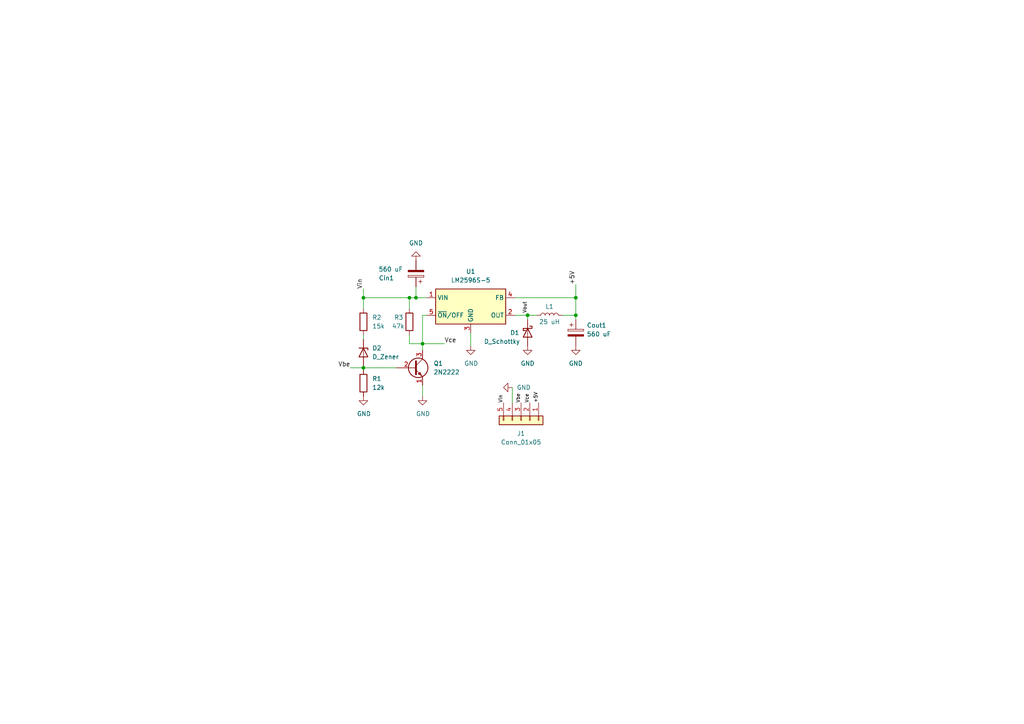
<source format=kicad_sch>
(kicad_sch (version 20211123) (generator eeschema)
  (paper "A4")
  (lib_symbols
    (symbol "Connector_Generic:Conn_01x05" (pin_names (offset 1.016) hide)
      (property "Reference" "J" (at 0 7.62 0))
      (property "Value" "Conn_01x05" (at 0 -7.62 0))
      (symbol "Conn_01x05_1_1"
        (rectangle (start -1.27 -4.953) (end 0 -5.207) (stroke (width 0.1524)))
        (rectangle (start -1.27 -2.413) (end 0 -2.667) (stroke (width 0.1524)))
        (rectangle (start -1.27 0.127) (end 0 -0.127) (stroke (width 0.1524)))
        (rectangle (start -1.27 2.667) (end 0 2.413) (stroke (width 0.1524)))
        (rectangle (start -1.27 5.207) (end 0 4.953) (stroke (width 0.1524)))
        (rectangle (start -1.27 6.35) (end 1.27 -6.35) (stroke (width 0.254)) (fill (type background)))
        (pin passive line (at -5.08 5.08 0) (length 3.81) (name "Pin_1") (number "1"))
        (pin passive line (at -5.08 2.54 0) (length 3.81) (name "Pin_2") (number "2"))
        (pin passive line (at -5.08 0 0) (length 3.81) (name "Pin_3") (number "3"))
        (pin passive line (at -5.08 -2.54 0) (length 3.81) (name "Pin_4") (number "4"))
        (pin passive line (at -5.08 -5.08 0) (length 3.81) (name "Pin_5") (number "5"))
      )
    )
    (symbol "Device:C_Polarized" (pin_numbers hide) (pin_names (offset 0.254))
      (property "Reference" "C" (at 0.635 2.54 0))
      (property "Value" "C_Polarized" (at 0.635 -2.54 0))
      (symbol "C_Polarized_0_1"
        (rectangle (start -2.286 0.508) (end 2.286 1.016))
        (polyline (pts (xy -1.778 2.286) (xy -0.762 2.286)))
        (polyline (pts (xy -1.27 2.794) (xy -1.27 1.778)))
        (rectangle (start 2.286 -0.508) (end -2.286 -1.016) (fill (type outline)))
      )
      (symbol "C_Polarized_1_1"
        (pin passive line (at 0 3.81 270) (length 2.794) (name "~") (number "1"))
        (pin passive line (at 0 -3.81 90) (length 2.794) (name "~") (number "2"))
      )
    )
    (symbol "Device:D_Schottky" (pin_numbers hide) (pin_names (offset 1.016) hide)
      (property "Reference" "D" (at 0 2.54 0))
      (property "Value" "D_Schottky" (at 0 -2.54 0))
      (symbol "D_Schottky_0_1"
        (polyline (pts (xy 1.27 0) (xy -1.27 0)))
        (polyline (pts (xy 1.27 1.27) (xy 1.27 -1.27) (xy -1.27 0) (xy 1.27 1.27)) (stroke (width 0.254)))
        (polyline (pts (xy -1.905 0.635) (xy -1.905 1.27) (xy -1.27 1.27) (xy -1.27 -1.27) (xy -0.635 -1.27) (xy -0.635 -0.635)) (stroke (width 0.254)))
      )
      (symbol "D_Schottky_1_1"
        (pin passive line (at -3.81 0 0) (length 2.54) (name "K") (number "1"))
        (pin passive line (at 3.81 0 180) (length 2.54) (name "A") (number "2"))
      )
    )
    (symbol "Device:D_Zener" (pin_numbers hide) (pin_names (offset 1.016) hide)
      (property "Reference" "D" (at 0 2.54 0))
      (property "Value" "D_Zener" (at 0 -2.54 0))
      (symbol "D_Zener_0_1"
        (polyline (pts (xy 1.27 0) (xy -1.27 0)))
        (polyline (pts (xy -1.27 -1.27) (xy -1.27 1.27) (xy -0.762 1.27)) (stroke (width 0.254)))
        (polyline (pts (xy 1.27 -1.27) (xy 1.27 1.27) (xy -1.27 0) (xy 1.27 -1.27)) (stroke (width 0.254)))
      )
      (symbol "D_Zener_1_1"
        (pin passive line (at -3.81 0 0) (length 2.54) (name "K") (number "1"))
        (pin passive line (at 3.81 0 180) (length 2.54) (name "A") (number "2"))
      )
    )
    (symbol "Device:L" (pin_numbers hide) (pin_names (offset 1.016) hide)
      (property "Reference" "L" (at -1.27 0 90))
      (property "Value" "L" (at 1.905 0 90))
      (symbol "L_0_1"
        (arc (start 0 -2.54) (mid 0.635 -1.905) (end 0 -1.27))
        (arc (start 0 -1.27) (mid 0.635 -0.635) (end 0 0))
        (arc (start 0 0) (mid 0.635 0.635) (end 0 1.27))
        (arc (start 0 1.27) (mid 0.635 1.905) (end 0 2.54))
      )
      (symbol "L_1_1"
        (pin passive line (at 0 3.81 270) (length 1.27) (name "1") (number "1"))
        (pin passive line (at 0 -3.81 90) (length 1.27) (name "2") (number "2"))
      )
    )
    (symbol "Device:R" (pin_numbers hide) (pin_names (offset 0))
      (property "Reference" "R" (at 2.032 0 90))
      (property "Value" "R" (at 0 0 90))
      (symbol "R_0_1"
        (rectangle (start -1.016 -2.54) (end 1.016 2.54) (stroke (width 0.254)))
      )
      (symbol "R_1_1"
        (pin passive line (at 0 3.81 270) (length 1.27) (name "~") (number "1"))
        (pin passive line (at 0 -3.81 90) (length 1.27) (name "~") (number "2"))
      )
    )
    (symbol "Regulator_Switching:LM2596S-5"
      (property "Reference" "U" (at -10.16 6.35 0))
      (property "Value" "LM2596S-5" (at 0 6.35 0))
      (symbol "LM2596S-5_0_1"
        (rectangle (start -10.16 5.08) (end 10.16 -5.08) (stroke (width 0.254)) (fill (type background)))
      )
      (symbol "LM2596S-5_1_1"
        (pin power_in line (at -12.7 2.54 0) (length 2.54) (name "VIN") (number "1"))
        (pin output line (at 12.7 -2.54 180) (length 2.54) (name "OUT") (number "2"))
        (pin power_in line (at 0 -7.62 90) (length 2.54) (name "GND") (number "3"))
        (pin input line (at 12.7 2.54 180) (length 2.54) (name "FB") (number "4"))
        (pin input line (at -12.7 -2.54 0) (length 2.54) (name "~{ON}/OFF") (number "5"))
      )
    )
    (symbol "Transistor_BJT:2N2219" (pin_names (offset 0) hide)
      (property "Reference" "Q" (at 5.08 1.905 0))
      (property "Value" "2N2219" (at 5.08 0 0))
      (symbol "2N2219_0_1"
        (polyline (pts (xy 0.635 0.635) (xy 2.54 2.54)))
        (polyline (pts (xy 0.635 -0.635) (xy 2.54 -2.54) (xy 2.54 -2.54)))
        (polyline (pts (xy 0.635 1.905) (xy 0.635 -1.905) (xy 0.635 -1.905)) (stroke (width 0.508)))
        (polyline (pts (xy 1.27 -1.778) (xy 1.778 -1.27) (xy 2.286 -2.286) (xy 1.27 -1.778) (xy 1.27 -1.778)) (fill (type outline)))
        (circle (center 1.27 0) (radius 2.8194) (stroke (width 0.254)))
      )
      (symbol "2N2219_1_1"
        (pin passive line (at 2.54 -5.08 90) (length 2.54) (name "E") (number "1"))
        (pin passive line (at -5.08 0 0) (length 5.715) (name "B") (number "2"))
        (pin passive line (at 2.54 5.08 270) (length 2.54) (name "C") (number "3"))
      )
    )
    (symbol "power:GND" (power) (pin_names (offset 0))
      (property "Value" "GND" (at 0 -3.81 0))
      (symbol "GND_0_1"
        (polyline (pts (xy 0 0) (xy 0 -1.27) (xy 1.27 -1.27) (xy 0 -2.54) (xy -1.27 -1.27) (xy 0 -1.27)))
      )
      (symbol "GND_1_1"
        (pin power_in line (at 0 0 270) (length 0) hide (name "GND") (number "1"))
      )
    )
  )
  (junction (at 105.41 86.36))
  (junction (at 167.005 86.36))
  (junction (at 120.65 86.36))
  (junction (at 153.035 91.44))
  (junction (at 167.005 91.44))
  (junction (at 118.745 86.36))
  (junction (at 122.555 99.695))
  (junction (at 105.41 106.68))
  (wire (pts (xy 167.005 92.71) (xy 167.005 91.44)))
  (wire (pts (xy 153.035 90.805) (xy 153.035 91.44)))
  (wire (pts (xy 105.41 83.82) (xy 105.41 86.36)))
  (wire (pts (xy 120.65 86.36) (xy 123.825 86.36)))
  (wire (pts (xy 122.555 99.695) (xy 128.905 99.695)))
  (wire (pts (xy 153.035 91.44) (xy 155.575 91.44)))
  (wire (pts (xy 148.59 112.395) (xy 148.59 116.84)))
  (wire (pts (xy 105.41 106.045) (xy 105.41 106.68)))
  (wire (pts (xy 122.555 91.44) (xy 122.555 99.695)))
  (wire (pts (xy 136.525 100.33) (xy 136.525 96.52)))
  (wire (pts (xy 105.41 106.68) (xy 105.41 107.315)))
  (wire (pts (xy 105.41 97.155) (xy 105.41 98.425)))
  (wire (pts (xy 167.005 91.44) (xy 163.195 91.44)))
  (wire (pts (xy 101.6 106.68) (xy 105.41 106.68)))
  (wire (pts (xy 105.41 86.36) (xy 118.745 86.36)))
  (wire (pts (xy 123.825 91.44) (xy 122.555 91.44)))
  (wire (pts (xy 153.035 91.44) (xy 153.035 92.71)))
  (wire (pts (xy 149.225 86.36) (xy 167.005 86.36)))
  (wire (pts (xy 105.41 106.68) (xy 114.935 106.68)))
  (wire (pts (xy 105.41 86.36) (xy 105.41 89.535)))
  (wire (pts (xy 118.745 86.36) (xy 120.65 86.36)))
  (wire (pts (xy 118.745 86.36) (xy 118.745 89.535)))
  (wire (pts (xy 167.005 82.55) (xy 167.005 86.36)))
  (wire (pts (xy 149.225 91.44) (xy 153.035 91.44)))
  (wire (pts (xy 122.555 99.695) (xy 122.555 101.6)))
  (wire (pts (xy 120.65 83.185) (xy 120.65 86.36)))
  (wire (pts (xy 118.745 99.695) (xy 122.555 99.695)))
  (wire (pts (xy 118.745 97.155) (xy 118.745 99.695)))
  (wire (pts (xy 167.005 86.36) (xy 167.005 91.44)))
  (wire (pts (xy 122.555 111.76) (xy 122.555 114.935)))
  (label "Vin" (at 146.05 116.84 90) (effects (font (size 1 1))))
  (label "+5V" (at 156.21 116.84 90) (effects (font (size 1 1))))
  (label "Vce" (at 153.67 116.84 90) (effects (font (size 1 1))))
  (label "Vce" (at 128.905 99.695 0))
  (label "Vbe" (at 101.6 106.68 180))
  (label "Vout" (at 153.035 90.805 90) (effects (font (size 1 1))))
  (label "+5V" (at 167.005 82.55 90))
  (label "Vbe" (at 151.13 116.84 90) (effects (font (size 1 1))))
  (label "Vin" (at 105.41 83.82 90))
  (symbol (lib_id "Device:R") (at 105.41 111.125 0) (unit 1)
    (property "Reference" "R1" (at 107.95 109.8549 0) (effects (justify left)))
    (property "Value" "12k" (at 107.95 112.3949 0) (effects (justify left)))
    (property "Footprint" "Resistor_SMD:R_0805_2012Metric" (effects hide))
  )
  (symbol (lib_id "Transistor_BJT:2N2219") (at 120.015 106.68 0) (unit 1)
    (property "Reference" "Q1" (at 125.73 105.4099 0) (effects (justify left)))
    (property "Value" "2N2222" (at 125.73 107.9499 0) (effects (justify left)))
    (property "Footprint" "Package_TO_SOT_THT:TO-39-3" (effects hide))
    (property "Datasheet" "http://www.onsemi.com/pub_link/Collateral/2N2219-D.PDF" (effects hide))
  )
  (symbol (lib_id "power:GND") (at 136.525 100.33 0) (unit 1)
    (property "Reference" "#PWR0105" (effects hide))
    (property "Value" "GND" (at 134.62 105.41 0) (effects (justify left)))
  )
  (symbol (lib_id "Device:L") (at 159.385 91.44 90) (unit 1)
    (property "Reference" "L1" (at 159.385 88.9 90))
    (property "Value" "25 uH" (at 159.385 93.345 90))
    (property "Footprint" "TFG:PE-54041" (effects hide))
    (property "Datasheet" "https://www.mouser.es/datasheet/2/447/SPM2007_47-2903277.pdf" (effects hide))
    (property "Vendor" "https://www.mouser.es/ProductDetail/Pulse-Electronics/PE-54041SNL?qs=HTH0j2vZhnATbaPjpCjZKw%3D%3D" (effects hide))
  )
  (symbol (lib_id "Device:R") (at 118.745 93.345 0) (unit 1)
    (property "Reference" "R3" (at 114.3 92.075 0) (effects (justify left)))
    (property "Value" "47k" (at 113.665 94.615 0) (effects (justify left)))
    (property "Footprint" "Resistor_SMD:R_0603_1608Metric" (effects hide))
    (property "Datasheet" "https://www.yageo.com/upload/media/product/productsearch/datasheet/rchip/PYu-RC_Group_51_RoHS_L_12.pdf" (effects hide))
  )
  (symbol (lib_id "Device:R") (at 105.41 93.345 0) (unit 1)
    (property "Reference" "R2" (at 107.95 92.0749 0) (effects (justify left)))
    (property "Value" "15k" (at 107.95 94.6149 0) (effects (justify left)))
    (property "Footprint" "Resistor_SMD:R_0805_2012Metric" (effects hide))
    (property "Datasheet" "https://www.yageo.com/upload/media/product/productsearch/datasheet/rchip/PYu-RC_Group_51_RoHS_L_12.pdf" (effects hide))
  )
  (symbol (lib_id "power:GND") (at 120.65 75.565 180) (unit 1)
    (property "Reference" "#PWR0101" (effects hide))
    (property "Value" "GND" (at 120.65 70.485 0))
  )
  (symbol (lib_id "power:GND") (at 105.41 114.935 0) (unit 1)
    (property "Reference" "#PWR0102" (effects hide))
    (property "Value" "GND" (at 103.505 120.015 0) (effects (justify left)))
  )
  (symbol (lib_id "Device:D_Zener") (at 105.41 102.235 270) (unit 1)
    (property "Reference" "D2" (at 107.95 100.9649 90) (effects (justify left)))
    (property "Value" "D_Zener" (at 107.95 103.5049 90) (effects (justify left)))
    (property "Footprint" "Diode_THT:D_A-405_P12.70mm_Horizontal" (effects hide))
    (property "Datasheet" "https://www.farnell.com/datasheets/2864039.pdf" (effects hide))
  )
  (symbol (lib_id "power:GND") (at 153.035 100.33 0) (unit 1)
    (property "Reference" "#PWR0104" (effects hide))
    (property "Value" "GND" (at 153.035 105.41 0))
  )
  (symbol (lib_id "power:GND") (at 148.59 112.395 270) (unit 1)
    (property "Reference" "#PWR0107" (effects hide))
    (property "Value" "GND" (at 149.86 112.3949 90) (effects (justify left)))
  )
  (symbol (lib_id "power:GND") (at 167.005 100.33 0) (unit 1)
    (property "Reference" "#PWR0106" (effects hide))
    (property "Value" "GND" (at 167.005 105.41 0))
  )
  (symbol (lib_id "Connector_Generic:Conn_01x05") (at 151.13 121.92 270) (unit 1)
    (property "Reference" "J1" (at 151.13 125.73 90))
    (property "Value" "Conn_01x05" (at 151.13 128.27 90))
    (property "Footprint" "Connector_PinHeader_2.54mm:PinHeader_1x05_P2.54mm_Vertical" (effects hide))
  )
  (symbol (lib_id "Device:C_Polarized") (at 167.005 96.52 0) (unit 1)
    (property "Reference" "Cout1" (at 170.18 94.3609 0) (effects (justify left)))
    (property "Value" "560 uF" (at 170.18 96.9009 0) (effects (justify left)))
    (property "Footprint" "Capacitor_THT:CP_Radial_D8.0mm_P3.80mm" (effects hide))
    (property "Datasheet" "https://industrial.panasonic.com/cdbs/www-data/pdf/RDF0000/ABA0000C1259.pdf" (effects hide))
    (property "Vendor" "https://es.farnell.com/panasonic/eeufr1e561lb/conden-560-f-25v-20/dp/1800651" (effects hide))
  )
  (symbol (lib_id "Device:C_Polarized") (at 120.65 79.375 180) (unit 1)
    (property "Reference" "Cin1" (at 114.3 80.645 0) (effects (justify left)))
    (property "Value" "560 uF" (at 116.84 78.105 0) (effects (justify left)))
    (property "Footprint" "Capacitor_THT:CP_Radial_D8.0mm_P3.80mm" (effects hide))
    (property "Datasheet" "https://industrial.panasonic.com/cdbs/www-data/pdf/RDF0000/ABA0000C1259.pdf" (effects hide))
    (property "Vendor" "https://es.farnell.com/panasonic/eeufr1e561lb/conden-560-f-25v-20/dp/1800651" (effects hide))
  )
  (symbol (lib_id "power:GND") (at 122.555 114.935 0) (unit 1)
    (property "Reference" "#PWR0103" (effects hide))
    (property "Value" "GND" (at 120.65 120.015 0) (effects (justify left)))
  )
  (symbol (lib_id "Device:D_Schottky") (at 153.035 96.52 270) (unit 1)
    (property "Reference" "D1" (at 147.955 96.52 90) (effects (justify left)))
    (property "Value" "D_Schottky" (at 140.335 99.06 90) (effects (justify left)))
    (property "Footprint" "Diode_THT:D_DO-201AD_P15.24mm_Horizontal" (effects hide))
    (property "Datasheet" "file:///home/arturo/Documents/Universidad/TFG/Documentaci%C3%B3n/1n5822.pdf" (effects hide))
  )
  (symbol (lib_id "Regulator_Switching:LM2596S-5") (at 136.525 88.9 0) (unit 1)
    (property "Reference" "U1" (at 136.525 78.74 0))
    (property "Value" "LM2596S-5" (at 136.525 81.28 0))
    (property "Footprint" "Package_TO_SOT_SMD:TO-263-5_TabPin3" (effects hide))
    (property "Datasheet" "http://www.ti.com/lit/ds/symlink/lm2596.pdf" (effects hide))
  )
)
</source>
